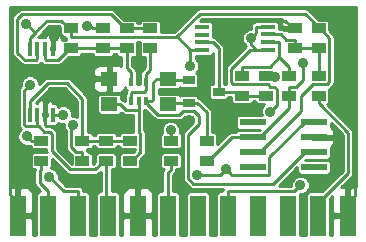
<source format=gtl>
%FSLAX46Y46*%
G04 Gerber Fmt 4.6, Leading zero omitted, Abs format (unit mm)*
G04 Created by KiCad (PCBNEW (2014-09-02 BZR 5112)-product) date 2014-09-07 2:51:26 PM*
%MOMM*%
G01*
G04 APERTURE LIST*
%ADD10C,0.150000*%
%ADD11R,0.299720X1.300480*%
%ADD12R,1.300480X0.299720*%
%ADD13R,0.398780X0.797560*%
%ADD14R,1.000760X0.701040*%
%ADD15R,2.199640X0.599440*%
%ADD16R,1.397000X1.143000*%
%ADD17R,1.143000X0.812800*%
%ADD18R,1.350000X3.500000*%
%ADD19C,0.889000*%
%ADD20C,0.254000*%
G04 APERTURE END LIST*
D10*
D11*
X143544600Y-90944000D03*
X144179600Y-90944000D03*
X144840000Y-90944000D03*
X145475000Y-90944000D03*
X145475000Y-85356000D03*
X144827300Y-85356000D03*
X144179600Y-85356000D03*
X143531900Y-85356000D03*
D12*
X163694000Y-85455400D03*
X163694000Y-84820400D03*
X163694000Y-84160000D03*
X163694000Y-83525000D03*
X158106000Y-83525000D03*
X158106000Y-84172700D03*
X158106000Y-84820400D03*
X158106000Y-85468100D03*
D13*
X152102300Y-89797560D03*
X152750000Y-89797560D03*
X153397700Y-89797560D03*
X153397700Y-88202440D03*
X152750000Y-88202440D03*
X152102300Y-88202440D03*
D14*
X159520000Y-89000000D03*
X156980000Y-89952500D03*
X156980000Y-88047500D03*
D15*
X167598420Y-95405000D03*
X167598420Y-94135000D03*
X167598420Y-92865000D03*
X167598420Y-91595000D03*
X162401580Y-91595000D03*
X162401580Y-92865000D03*
X162401580Y-94135000D03*
X162401580Y-95405000D03*
D16*
X155250000Y-87920500D03*
X155250000Y-90079500D03*
X150250000Y-87920500D03*
X150250000Y-90079500D03*
D17*
X148000000Y-94850900D03*
X148000000Y-93149100D03*
X151750000Y-85350900D03*
X151750000Y-83649100D03*
X153750000Y-83649100D03*
X153750000Y-85350900D03*
X147000000Y-85350900D03*
X147000000Y-83649100D03*
X152000000Y-93149100D03*
X152000000Y-94850900D03*
X150000000Y-93149100D03*
X150000000Y-94850900D03*
X158500000Y-93149100D03*
X158500000Y-94850900D03*
X149750000Y-83649100D03*
X149750000Y-85350900D03*
X155500000Y-93149100D03*
X155500000Y-94850900D03*
X144500000Y-94850900D03*
X144500000Y-93149100D03*
X161500000Y-87649100D03*
X161500000Y-89350900D03*
X168000000Y-89350900D03*
X168000000Y-87649100D03*
X166000000Y-83649100D03*
X166000000Y-85350900D03*
X168000000Y-85350900D03*
X168000000Y-83649100D03*
X163500000Y-87649100D03*
X163500000Y-89350900D03*
X165500000Y-87649100D03*
X165500000Y-89350900D03*
D18*
X142530000Y-99500000D03*
X145070000Y-99500000D03*
X147610000Y-99500000D03*
X150150000Y-99500000D03*
X152690000Y-99500000D03*
X155230000Y-99500000D03*
X157770000Y-99500000D03*
X160310000Y-99500000D03*
X162850000Y-99500000D03*
X165390000Y-99500000D03*
X167930000Y-99500000D03*
X170470000Y-99500000D03*
D19*
X157102000Y-86837400D03*
X143250000Y-83250000D03*
X143264300Y-92797000D03*
X162271500Y-84489600D03*
X145198500Y-96218900D03*
X146350000Y-90950000D03*
X163888500Y-90693600D03*
X157709700Y-96031900D03*
X160142300Y-95562800D03*
X145554108Y-84398213D03*
X146300000Y-89050000D03*
X169700000Y-94000000D03*
X167550000Y-96600000D03*
X152800000Y-86905002D03*
X164280798Y-87800000D03*
X159850000Y-90150000D03*
X159808218Y-92156630D03*
X154969202Y-83250000D03*
X153550000Y-91400000D03*
X157050000Y-91450722D03*
X149050000Y-97150000D03*
X159395612Y-83181913D03*
X143551100Y-88410700D03*
X166678700Y-86589300D03*
X166456400Y-96908600D03*
X148375000Y-83430600D03*
X155464781Y-92228053D03*
X147186900Y-91816200D03*
D20*
X166496900Y-89396900D02*
X166496900Y-90669800D01*
X163031700Y-94135000D02*
X162401600Y-94135000D01*
X168000000Y-83556900D02*
X168902100Y-84459000D01*
X168711400Y-88386100D02*
X167507700Y-88386100D01*
X166496900Y-90669800D02*
X163031700Y-94135000D01*
X168902100Y-84459000D02*
X168902100Y-88195400D01*
X167507700Y-88386100D02*
X166496900Y-89396900D01*
X168902100Y-88195400D02*
X168711400Y-88386100D01*
X157102000Y-86837400D02*
X157125300Y-86814100D01*
X157125300Y-86814100D02*
X157125300Y-85468100D01*
X155989300Y-84332000D02*
X157125300Y-85468100D01*
X158106000Y-85468100D02*
X157125300Y-85468100D01*
X168000000Y-83649100D02*
X168000000Y-83556900D01*
X144500000Y-94850900D02*
X144500000Y-95587800D01*
X144500000Y-95587800D02*
X144384200Y-95703600D01*
X144384200Y-95703600D02*
X144384200Y-96733700D01*
X144384200Y-96733700D02*
X145070000Y-97419500D01*
X145070000Y-99500000D02*
X145070000Y-97419500D01*
X143532000Y-84903900D02*
X143531900Y-84904000D01*
X143531900Y-84904000D02*
X143531900Y-85356000D01*
X143532000Y-84903900D02*
X143532000Y-85356000D01*
X143963000Y-84020700D02*
X143532000Y-84451800D01*
X143532000Y-84451800D02*
X143532000Y-84903900D01*
X143963000Y-84020700D02*
X143963000Y-83963000D01*
X143963000Y-83963000D02*
X143250000Y-83250000D01*
X144340910Y-83642790D02*
X143963000Y-84020700D01*
X144995000Y-82988700D02*
X144340910Y-83642790D01*
X146174500Y-82988700D02*
X144995000Y-82988700D01*
X147000000Y-83649100D02*
X146834900Y-83649100D01*
X146834900Y-83649100D02*
X146174500Y-82988700D01*
X147000000Y-83649100D02*
X147000000Y-84386000D01*
X147000000Y-84386000D02*
X155935300Y-84386000D01*
X155935300Y-84386000D02*
X155989300Y-84332000D01*
X155989300Y-84332000D02*
X157914090Y-82407210D01*
X157914090Y-82407210D02*
X166850310Y-82407210D01*
X166850310Y-82407210D02*
X168000000Y-83556900D01*
X163831601Y-96018399D02*
X163815079Y-96034921D01*
X163815079Y-96034921D02*
X160614421Y-96034921D01*
X160614421Y-96034921D02*
X160586799Y-96007299D01*
X160586799Y-96007299D02*
X160142300Y-95562800D01*
X163831601Y-94561719D02*
X163831601Y-96018399D01*
X167598420Y-91595000D02*
X166798320Y-91595000D01*
X166798320Y-91595000D02*
X163831601Y-94561719D01*
X144500000Y-93149100D02*
X143598000Y-93149100D01*
X143264300Y-92797000D02*
X143598000Y-93130700D01*
X143598000Y-93130700D02*
X143598000Y-93149100D01*
X163694000Y-83525000D02*
X162713300Y-83525000D01*
X162713300Y-83525000D02*
X162713300Y-84047800D01*
X162713300Y-84047800D02*
X162271500Y-84489600D01*
X163694000Y-85455400D02*
X162713300Y-85455400D01*
X162271500Y-84489600D02*
X162271500Y-85013600D01*
X162271500Y-85013600D02*
X162713300Y-85455400D01*
X147610000Y-99500000D02*
X147610000Y-97419500D01*
X145198500Y-96218900D02*
X146399100Y-97419500D01*
X146399100Y-97419500D02*
X147610000Y-97419500D01*
X145475000Y-90944000D02*
X146344000Y-90944000D01*
X146344000Y-90944000D02*
X146350000Y-90950000D01*
X163735640Y-88401400D02*
X160753000Y-88401400D01*
X162192200Y-85455400D02*
X162713300Y-85455400D01*
X160580700Y-87066900D02*
X162192200Y-85455400D01*
X160580700Y-88229100D02*
X160580700Y-87066900D01*
X163888500Y-90693600D02*
X164427800Y-90154300D01*
X160753000Y-88401400D02*
X160580700Y-88229100D01*
X164427800Y-90154300D02*
X164427800Y-88795754D01*
X163908941Y-88574701D02*
X163735640Y-88401400D01*
X164206747Y-88574701D02*
X163908941Y-88574701D01*
X164427800Y-88795754D02*
X164206747Y-88574701D01*
X160142300Y-95562800D02*
X159673200Y-96031900D01*
X167598400Y-91595000D02*
X166977900Y-91595000D01*
X159673200Y-96031900D02*
X157709700Y-96031900D01*
X145475000Y-85356000D02*
X145475000Y-84477321D01*
X145475000Y-84477321D02*
X145554108Y-84398213D01*
X145528545Y-84398215D02*
X145547202Y-84398215D01*
X145475000Y-84451760D02*
X145528545Y-84398215D01*
X145475000Y-85356000D02*
X145475000Y-84451760D01*
X152750000Y-88202400D02*
X152750000Y-87015000D01*
X152750000Y-87015000D02*
X152783000Y-86982100D01*
X144840000Y-90944000D02*
X144840000Y-91848200D01*
X144840000Y-91848200D02*
X144916000Y-91924400D01*
X144916000Y-91924400D02*
X145374000Y-91924400D01*
X145374000Y-91924400D02*
X146250000Y-92800000D01*
X145829760Y-89050000D02*
X146300000Y-89050000D01*
X144840000Y-90039760D02*
X145829760Y-89050000D01*
X144840000Y-90944000D02*
X144840000Y-90039760D01*
X169565000Y-94135000D02*
X169700000Y-94000000D01*
X169700000Y-95297322D02*
X168397322Y-96600000D01*
X169700000Y-94000000D02*
X169700000Y-95297322D01*
X168397322Y-96600000D02*
X167550000Y-96600000D01*
X152750000Y-86955002D02*
X152800000Y-86905002D01*
X152750000Y-88202440D02*
X152750000Y-86955002D01*
X164129898Y-87649100D02*
X164280798Y-87800000D01*
X163500000Y-87649100D02*
X164129898Y-87649100D01*
X154229339Y-91450722D02*
X157050000Y-91450722D01*
X154178617Y-91400000D02*
X154229339Y-91450722D01*
X153550000Y-91400000D02*
X154178617Y-91400000D01*
X165834900Y-83649100D02*
X165174500Y-82988700D01*
X165174500Y-82988700D02*
X160217442Y-82988700D01*
X166000000Y-83649100D02*
X165834900Y-83649100D01*
X160217442Y-82988700D02*
X160024229Y-83181913D01*
X160024229Y-83181913D02*
X159395612Y-83181913D01*
X142530000Y-98425000D02*
X142530000Y-99500000D01*
X141900000Y-97795000D02*
X142530000Y-98425000D01*
X142050000Y-81950000D02*
X141900000Y-82100000D01*
X170950000Y-81950000D02*
X142050000Y-81950000D01*
X171100000Y-82100000D02*
X170950000Y-81950000D01*
X171100000Y-97795000D02*
X171100000Y-82100000D01*
X170470000Y-98425000D02*
X171100000Y-97795000D01*
X141900000Y-82100000D02*
X141900000Y-97795000D01*
X170470000Y-99500000D02*
X170470000Y-98425000D01*
X166934400Y-92865000D02*
X167598400Y-92865000D01*
X155230000Y-99500000D02*
X155230000Y-95857800D01*
X155230000Y-95857800D02*
X155500000Y-95587800D01*
X155500000Y-94850900D02*
X155500000Y-95587800D01*
X143551100Y-88410700D02*
X143064100Y-88897700D01*
X143064100Y-88897700D02*
X143064100Y-91800800D01*
X143064100Y-91800800D02*
X143210400Y-91947100D01*
X143210400Y-91947100D02*
X144278800Y-91947100D01*
X144278800Y-91947100D02*
X144180000Y-91848200D01*
X144180000Y-91848200D02*
X144180000Y-91396100D01*
X150000000Y-94850900D02*
X149835000Y-94850900D01*
X149835000Y-94850900D02*
X149098000Y-95587500D01*
X149098000Y-95587500D02*
X146941000Y-95587500D01*
X146941000Y-95587500D02*
X145402000Y-94048300D01*
X145402000Y-94048300D02*
X145402000Y-92598300D01*
X145402000Y-92598300D02*
X145216000Y-92412500D01*
X145216000Y-92412500D02*
X144744000Y-92412500D01*
X144744000Y-92412500D02*
X144278800Y-91947100D01*
X144180000Y-91396100D02*
X144179600Y-91395700D01*
X144179600Y-91395700D02*
X144179600Y-90944000D01*
X144180000Y-91396100D02*
X144180000Y-90944000D01*
X150000000Y-94850900D02*
X150000000Y-99350000D01*
X150000000Y-99350000D02*
X150150000Y-99500000D01*
X165500000Y-89350900D02*
X165500000Y-88614000D01*
X165500000Y-88614000D02*
X166052700Y-88614000D01*
X166052700Y-88614000D02*
X166678700Y-87988000D01*
X166678700Y-87988000D02*
X166678700Y-86589300D01*
X163046500Y-92865000D02*
X165500000Y-90411500D01*
X162402000Y-92865000D02*
X163046500Y-92865000D01*
X158665000Y-94850900D02*
X160651000Y-92865000D01*
X158500000Y-94850900D02*
X158665000Y-94850900D01*
X162401600Y-92865000D02*
X162402000Y-92865000D01*
X165500000Y-90411500D02*
X165500000Y-89350900D01*
X160651000Y-92865000D02*
X162401600Y-92865000D01*
X165945500Y-97419500D02*
X160310000Y-97419500D01*
X166456400Y-96908600D02*
X165945500Y-97419500D01*
X160310000Y-99500000D02*
X160310000Y-97419500D01*
X167930000Y-98425000D02*
X170474701Y-95880299D01*
X170474701Y-92486001D02*
X168000000Y-90011300D01*
X167930000Y-99500000D02*
X167930000Y-98425000D01*
X170474701Y-95880299D02*
X170474701Y-92486001D01*
X168000000Y-90011300D02*
X168000000Y-89350900D01*
X143545000Y-90491900D02*
X143544600Y-90492300D01*
X143544600Y-90492300D02*
X143544600Y-90944000D01*
X143545000Y-90491900D02*
X143545000Y-90944000D01*
X152000000Y-93149100D02*
X150000000Y-93149100D01*
X150000000Y-93149100D02*
X148000000Y-93149100D01*
X148000000Y-93149100D02*
X148000000Y-89603442D01*
X148000000Y-89603442D02*
X146671857Y-88275299D01*
X146671857Y-88275299D02*
X145078143Y-88275299D01*
X145078143Y-88275299D02*
X143545000Y-89808442D01*
X143545000Y-89808442D02*
X143545000Y-90491900D01*
X149750000Y-83649100D02*
X148848000Y-83649100D01*
X148375000Y-83430600D02*
X148629500Y-83430600D01*
X148629500Y-83430600D02*
X148848000Y-83649100D01*
X155500000Y-92263272D02*
X155464781Y-92228053D01*
X155500000Y-93149100D02*
X155500000Y-92263272D01*
X144827000Y-85808100D02*
X144827300Y-85807800D01*
X144827300Y-85807800D02*
X144827300Y-85356000D01*
X144827000Y-85808100D02*
X144827000Y-85356000D01*
X147000000Y-85350900D02*
X146924000Y-85350900D01*
X146924000Y-85350900D02*
X145939000Y-86336400D01*
X145939000Y-86336400D02*
X144904000Y-86336400D01*
X144904000Y-86336400D02*
X144827000Y-86260200D01*
X144827000Y-86260200D02*
X144827000Y-85808100D01*
X152102000Y-87777300D02*
X152102300Y-87777600D01*
X152102300Y-87777600D02*
X152102300Y-88202400D01*
X152102000Y-87777300D02*
X152102000Y-87352300D01*
X152102000Y-87352300D02*
X151750000Y-87000000D01*
X151750000Y-87000000D02*
X151750000Y-85350900D01*
X152102000Y-88202400D02*
X152102000Y-87777300D01*
X151750000Y-85350900D02*
X149750000Y-85350900D01*
X149750000Y-85350900D02*
X147000000Y-85350900D01*
X144180000Y-85808100D02*
X144179600Y-85807700D01*
X144179600Y-85807700D02*
X144179600Y-85356000D01*
X144180000Y-85808100D02*
X144180000Y-85356000D01*
X151750000Y-83649100D02*
X151585000Y-83649100D01*
X151585000Y-83649100D02*
X150411000Y-82475300D01*
X150411000Y-82475300D02*
X142878000Y-82475300D01*
X142878000Y-82475300D02*
X142475000Y-82878100D01*
X142475000Y-82878100D02*
X142475000Y-85693900D01*
X142475000Y-85693900D02*
X143118000Y-86336400D01*
X143118000Y-86336400D02*
X144103000Y-86336400D01*
X144103000Y-86336400D02*
X144180000Y-86260200D01*
X144180000Y-86260200D02*
X144180000Y-85808100D01*
X151750000Y-83649100D02*
X153750000Y-83649100D01*
X166000000Y-85350900D02*
X166000000Y-84614000D01*
X166000000Y-84614000D02*
X165263100Y-84614000D01*
X165263100Y-84614000D02*
X164809100Y-84160000D01*
X164809100Y-84160000D02*
X163694000Y-84160000D01*
X168000000Y-85350900D02*
X166000000Y-85350900D01*
X168000000Y-85350900D02*
X168000000Y-87649100D01*
X153446400Y-90013300D02*
X153446400Y-89797600D01*
X156161374Y-90992790D02*
X154425890Y-90992790D01*
X156478143Y-90676021D02*
X156161374Y-90992790D01*
X157421857Y-90676021D02*
X156478143Y-90676021D01*
X157824701Y-91772579D02*
X157824701Y-91078865D01*
X157389009Y-96807209D02*
X156934700Y-96352900D01*
X164126111Y-96807209D02*
X157389009Y-96807209D01*
X166798320Y-94135000D02*
X164126111Y-96807209D01*
X167598420Y-94135000D02*
X166798320Y-94135000D01*
X157824701Y-91078865D02*
X157421857Y-90676021D01*
X156934700Y-96352900D02*
X156934700Y-92662580D01*
X156934700Y-92662580D02*
X157824701Y-91772579D01*
X154425890Y-90992790D02*
X153446400Y-90013300D01*
X153398000Y-89797600D02*
X153397700Y-89797600D01*
X153446400Y-89797600D02*
X153398000Y-89797600D01*
X155250000Y-87920500D02*
X154298000Y-87920500D01*
X154298000Y-87920500D02*
X154000000Y-88218000D01*
X154000000Y-88218000D02*
X154000000Y-89648600D01*
X154000000Y-89648600D02*
X153851000Y-89797600D01*
X153851000Y-89797600D02*
X153446400Y-89797600D01*
X156603000Y-87920500D02*
X156730000Y-88047500D01*
X156730000Y-88047500D02*
X155377000Y-88047500D01*
X155377000Y-88047500D02*
X155250000Y-87920500D01*
X156980000Y-88047500D02*
X156730000Y-88047500D01*
X156980000Y-89952500D02*
X155377000Y-89952500D01*
X155377000Y-89952500D02*
X155250000Y-90079500D01*
X156980000Y-89952500D02*
X157734000Y-89952500D01*
X157734000Y-89952500D02*
X158500000Y-90718100D01*
X158500000Y-90718100D02*
X158500000Y-93149100D01*
X161500000Y-87649100D02*
X161500000Y-86912200D01*
X164674700Y-86086900D02*
X164674700Y-84820400D01*
X165500000Y-86912200D02*
X164674700Y-86086900D01*
X161500000Y-86912200D02*
X163849400Y-86912200D01*
X163849400Y-86912200D02*
X164674700Y-86086900D01*
X163694000Y-84820400D02*
X164674700Y-84820400D01*
X165500000Y-87649100D02*
X165500000Y-86912200D01*
X158106000Y-84820400D02*
X159010000Y-84820400D01*
X159010000Y-84820400D02*
X159520000Y-85330200D01*
X159520000Y-85330200D02*
X159520000Y-89000000D01*
X163500000Y-89350900D02*
X161500000Y-89350900D01*
X159520000Y-89000000D02*
X161149000Y-89000000D01*
X161149000Y-89000000D02*
X161500000Y-89350900D01*
X152102000Y-89471200D02*
X152102300Y-89471500D01*
X152102300Y-89471500D02*
X152102300Y-89797600D01*
X152102000Y-89471200D02*
X152102000Y-89797600D01*
X153398000Y-88177000D02*
X153398000Y-88855200D01*
X153398000Y-88855200D02*
X153184000Y-89068600D01*
X153184000Y-89068600D02*
X152179000Y-89068600D01*
X152179000Y-89068600D02*
X152102000Y-89144800D01*
X152102000Y-89144800D02*
X152102000Y-89471200D01*
X153398000Y-88177000D02*
X153397700Y-88177300D01*
X153397700Y-88177300D02*
X153397700Y-88202400D01*
X153750000Y-85350900D02*
X153750000Y-87146600D01*
X153750000Y-87146600D02*
X153398000Y-87498900D01*
X153398000Y-87498900D02*
X153398000Y-88177000D01*
X152750000Y-90450300D02*
X152750000Y-90500000D01*
X152750000Y-89797600D02*
X152750000Y-90450300D01*
X152750000Y-90450300D02*
X152750000Y-89797600D01*
X152750000Y-90500000D02*
X152750000Y-90450300D01*
X150250000Y-90079500D02*
X151202000Y-90079500D01*
X151202000Y-90079500D02*
X151650000Y-90526500D01*
X151650000Y-90526500D02*
X152723000Y-90526500D01*
X152723000Y-90526500D02*
X152750000Y-90500000D01*
X152750000Y-90500000D02*
X152750000Y-92412500D01*
X152750000Y-92412500D02*
X152902000Y-92564200D01*
X152902000Y-92564200D02*
X152902000Y-94114300D01*
X152902000Y-94114300D02*
X152165000Y-94850900D01*
X152165000Y-94850900D02*
X152000000Y-94850900D01*
X148000000Y-94850900D02*
X148000000Y-94114000D01*
X148000000Y-94114000D02*
X147447300Y-94114000D01*
X147447300Y-94114000D02*
X147025100Y-93691800D01*
X147025100Y-93691800D02*
X147025100Y-91978000D01*
X147025100Y-91978000D02*
X147186900Y-91816200D01*
G36*
X146613240Y-84614300D02*
X146362819Y-84614300D01*
X146259860Y-84656947D01*
X146259860Y-84579450D01*
X146163187Y-84346061D01*
X145984558Y-84167433D01*
X145751169Y-84070760D01*
X145708680Y-84070760D01*
X145549930Y-84229510D01*
X145549930Y-85229000D01*
X145622000Y-85229000D01*
X145622000Y-85483000D01*
X145549930Y-85483000D01*
X145549930Y-85503000D01*
X145400070Y-85503000D01*
X145400070Y-85483000D01*
X145328000Y-85483000D01*
X145328000Y-85229000D01*
X145400070Y-85229000D01*
X145400070Y-84229510D01*
X145241320Y-84070760D01*
X145198831Y-84070760D01*
X144965442Y-84167433D01*
X144786813Y-84346061D01*
X144774594Y-84375560D01*
X144611759Y-84375560D01*
X144503450Y-84420423D01*
X144395141Y-84375560D01*
X144263779Y-84375560D01*
X144254726Y-84375560D01*
X144286289Y-84343989D01*
X144286327Y-84343952D01*
X144286329Y-84343948D01*
X144664199Y-83966080D01*
X144664199Y-83966079D01*
X144664201Y-83966076D01*
X145184378Y-83445900D01*
X145985122Y-83445900D01*
X146098300Y-83559078D01*
X146098300Y-84121181D01*
X146148570Y-84242543D01*
X146241457Y-84335430D01*
X146362819Y-84385700D01*
X146494181Y-84385700D01*
X146542800Y-84385700D01*
X146542800Y-84386000D01*
X146577602Y-84560963D01*
X146613240Y-84614300D01*
X146613240Y-84614300D01*
G37*
X146613240Y-84614300D02*
X146362819Y-84614300D01*
X146259860Y-84656947D01*
X146259860Y-84579450D01*
X146163187Y-84346061D01*
X145984558Y-84167433D01*
X145751169Y-84070760D01*
X145708680Y-84070760D01*
X145549930Y-84229510D01*
X145549930Y-85229000D01*
X145622000Y-85229000D01*
X145622000Y-85483000D01*
X145549930Y-85483000D01*
X145549930Y-85503000D01*
X145400070Y-85503000D01*
X145400070Y-85483000D01*
X145328000Y-85483000D01*
X145328000Y-85229000D01*
X145400070Y-85229000D01*
X145400070Y-84229510D01*
X145241320Y-84070760D01*
X145198831Y-84070760D01*
X144965442Y-84167433D01*
X144786813Y-84346061D01*
X144774594Y-84375560D01*
X144611759Y-84375560D01*
X144503450Y-84420423D01*
X144395141Y-84375560D01*
X144263779Y-84375560D01*
X144254726Y-84375560D01*
X144286289Y-84343989D01*
X144286327Y-84343952D01*
X144286329Y-84343948D01*
X144664199Y-83966080D01*
X144664199Y-83966079D01*
X144664201Y-83966076D01*
X145184378Y-83445900D01*
X145985122Y-83445900D01*
X146098300Y-83559078D01*
X146098300Y-84121181D01*
X146148570Y-84242543D01*
X146241457Y-84335430D01*
X146362819Y-84385700D01*
X146494181Y-84385700D01*
X146542800Y-84385700D01*
X146542800Y-84386000D01*
X146577602Y-84560963D01*
X146613240Y-84614300D01*
G36*
X147098300Y-95098200D02*
X145859200Y-93858939D01*
X145859200Y-92598300D01*
X145859175Y-92598174D01*
X145859199Y-92598054D01*
X145841916Y-92511409D01*
X145824398Y-92423337D01*
X145824328Y-92423233D01*
X145824304Y-92423110D01*
X145774734Y-92349010D01*
X145725289Y-92275011D01*
X145725184Y-92274941D01*
X145725115Y-92274837D01*
X145539289Y-92089211D01*
X145539115Y-92089037D01*
X145464887Y-92039497D01*
X145451544Y-92030581D01*
X145528187Y-91953939D01*
X145540405Y-91924440D01*
X145690541Y-91924440D01*
X145811903Y-91874170D01*
X145904790Y-91781283D01*
X145955060Y-91659921D01*
X145955060Y-91624839D01*
X146195227Y-91724565D01*
X146412279Y-91724754D01*
X146412066Y-91969621D01*
X146529759Y-92254459D01*
X146567900Y-92292666D01*
X146567900Y-93691800D01*
X146602702Y-93866763D01*
X146701811Y-94015089D01*
X147098300Y-94411578D01*
X147098300Y-94510181D01*
X147098300Y-95098200D01*
X147098300Y-95098200D01*
G37*
X147098300Y-95098200D02*
X145859200Y-93858939D01*
X145859200Y-92598300D01*
X145859175Y-92598174D01*
X145859199Y-92598054D01*
X145841916Y-92511409D01*
X145824398Y-92423337D01*
X145824328Y-92423233D01*
X145824304Y-92423110D01*
X145774734Y-92349010D01*
X145725289Y-92275011D01*
X145725184Y-92274941D01*
X145725115Y-92274837D01*
X145539289Y-92089211D01*
X145539115Y-92089037D01*
X145464887Y-92039497D01*
X145451544Y-92030581D01*
X145528187Y-91953939D01*
X145540405Y-91924440D01*
X145690541Y-91924440D01*
X145811903Y-91874170D01*
X145904790Y-91781283D01*
X145955060Y-91659921D01*
X145955060Y-91624839D01*
X146195227Y-91724565D01*
X146412279Y-91724754D01*
X146412066Y-91969621D01*
X146529759Y-92254459D01*
X146567900Y-92292666D01*
X146567900Y-93691800D01*
X146602702Y-93866763D01*
X146701811Y-94015089D01*
X147098300Y-94411578D01*
X147098300Y-94510181D01*
X147098300Y-95098200D01*
G36*
X147542800Y-91125149D02*
X147341673Y-91041635D01*
X147124620Y-91041445D01*
X147124834Y-90796579D01*
X147007141Y-90511741D01*
X146789405Y-90293624D01*
X146504773Y-90175435D01*
X146196579Y-90175166D01*
X145955060Y-90274959D01*
X145955060Y-90228079D01*
X145904790Y-90106717D01*
X145811903Y-90013830D01*
X145690541Y-89963560D01*
X145559179Y-89963560D01*
X145540405Y-89963560D01*
X145528187Y-89934061D01*
X145349558Y-89755433D01*
X145116169Y-89658760D01*
X145073680Y-89658760D01*
X144914930Y-89817510D01*
X144914930Y-90817000D01*
X144987000Y-90817000D01*
X144987000Y-91071000D01*
X144914930Y-91071000D01*
X144914930Y-91091000D01*
X144765070Y-91091000D01*
X144765070Y-91071000D01*
X144693000Y-91071000D01*
X144693000Y-90817000D01*
X144765070Y-90817000D01*
X144765070Y-89817510D01*
X144606320Y-89658760D01*
X144563831Y-89658760D01*
X144330442Y-89755433D01*
X144151813Y-89934061D01*
X144139594Y-89963560D01*
X144036460Y-89963560D01*
X145267521Y-88732499D01*
X146482479Y-88732499D01*
X147542800Y-89792820D01*
X147542800Y-91125149D01*
X147542800Y-91125149D01*
G37*
X147542800Y-91125149D02*
X147341673Y-91041635D01*
X147124620Y-91041445D01*
X147124834Y-90796579D01*
X147007141Y-90511741D01*
X146789405Y-90293624D01*
X146504773Y-90175435D01*
X146196579Y-90175166D01*
X145955060Y-90274959D01*
X145955060Y-90228079D01*
X145904790Y-90106717D01*
X145811903Y-90013830D01*
X145690541Y-89963560D01*
X145559179Y-89963560D01*
X145540405Y-89963560D01*
X145528187Y-89934061D01*
X145349558Y-89755433D01*
X145116169Y-89658760D01*
X145073680Y-89658760D01*
X144914930Y-89817510D01*
X144914930Y-90817000D01*
X144987000Y-90817000D01*
X144987000Y-91071000D01*
X144914930Y-91071000D01*
X144914930Y-91091000D01*
X144765070Y-91091000D01*
X144765070Y-91071000D01*
X144693000Y-91071000D01*
X144693000Y-90817000D01*
X144765070Y-90817000D01*
X144765070Y-89817510D01*
X144606320Y-89658760D01*
X144563831Y-89658760D01*
X144330442Y-89755433D01*
X144151813Y-89934061D01*
X144139594Y-89963560D01*
X144036460Y-89963560D01*
X145267521Y-88732499D01*
X146482479Y-88732499D01*
X147542800Y-89792820D01*
X147542800Y-91125149D01*
G36*
X149542800Y-97419800D02*
X149409319Y-97419800D01*
X149287957Y-97470070D01*
X149195070Y-97562957D01*
X149144800Y-97684319D01*
X149144800Y-97815681D01*
X149144800Y-101119800D01*
X148615200Y-101119800D01*
X148615200Y-97684319D01*
X148564930Y-97562957D01*
X148472043Y-97470070D01*
X148350681Y-97419800D01*
X148219319Y-97419800D01*
X148067200Y-97419800D01*
X148067200Y-97419500D01*
X148032398Y-97244537D01*
X147933289Y-97096211D01*
X147784963Y-96997102D01*
X147610000Y-96962300D01*
X146588478Y-96962300D01*
X145973088Y-96346910D01*
X145973334Y-96065479D01*
X145855641Y-95780641D01*
X145637905Y-95562524D01*
X145353273Y-95444335D01*
X145351433Y-95444333D01*
X145401700Y-95322981D01*
X145401700Y-95191619D01*
X145401700Y-94694619D01*
X146617690Y-95910768D01*
X146617702Y-95910776D01*
X146617711Y-95910789D01*
X146691464Y-95960069D01*
X146766010Y-96009887D01*
X146766025Y-96009889D01*
X146766037Y-96009898D01*
X146850941Y-96026786D01*
X146940970Y-96044700D01*
X146940985Y-96044697D01*
X146941000Y-96044700D01*
X149097876Y-96044700D01*
X149098000Y-96044700D01*
X149186329Y-96027130D01*
X149272848Y-96009945D01*
X149272899Y-96009910D01*
X149272963Y-96009898D01*
X149347830Y-95959872D01*
X149421201Y-95910877D01*
X149421289Y-95910789D01*
X149542800Y-95789344D01*
X149542800Y-97419800D01*
X149542800Y-97419800D01*
G37*
X149542800Y-97419800D02*
X149409319Y-97419800D01*
X149287957Y-97470070D01*
X149195070Y-97562957D01*
X149144800Y-97684319D01*
X149144800Y-97815681D01*
X149144800Y-101119800D01*
X148615200Y-101119800D01*
X148615200Y-97684319D01*
X148564930Y-97562957D01*
X148472043Y-97470070D01*
X148350681Y-97419800D01*
X148219319Y-97419800D01*
X148067200Y-97419800D01*
X148067200Y-97419500D01*
X148032398Y-97244537D01*
X147933289Y-97096211D01*
X147784963Y-96997102D01*
X147610000Y-96962300D01*
X146588478Y-96962300D01*
X145973088Y-96346910D01*
X145973334Y-96065479D01*
X145855641Y-95780641D01*
X145637905Y-95562524D01*
X145353273Y-95444335D01*
X145351433Y-95444333D01*
X145401700Y-95322981D01*
X145401700Y-95191619D01*
X145401700Y-94694619D01*
X146617690Y-95910768D01*
X146617702Y-95910776D01*
X146617711Y-95910789D01*
X146691464Y-95960069D01*
X146766010Y-96009887D01*
X146766025Y-96009889D01*
X146766037Y-96009898D01*
X146850941Y-96026786D01*
X146940970Y-96044700D01*
X146940985Y-96044697D01*
X146941000Y-96044700D01*
X149097876Y-96044700D01*
X149098000Y-96044700D01*
X149186329Y-96027130D01*
X149272848Y-96009945D01*
X149272899Y-96009910D01*
X149272963Y-96009898D01*
X149347830Y-95959872D01*
X149421201Y-95910877D01*
X149421289Y-95910789D01*
X149542800Y-95789344D01*
X149542800Y-97419800D01*
G36*
X153292800Y-86957336D02*
X153079912Y-87170405D01*
X153075699Y-87168660D01*
X153008445Y-87168660D01*
X152849695Y-87327410D01*
X152849695Y-88075440D01*
X152868110Y-88075440D01*
X152868110Y-88329440D01*
X152849695Y-88329440D01*
X152849695Y-88349440D01*
X152650305Y-88349440D01*
X152650305Y-88329440D01*
X152631890Y-88329440D01*
X152631890Y-88075440D01*
X152650305Y-88075440D01*
X152650305Y-87327410D01*
X152530429Y-87207534D01*
X152524472Y-87177517D01*
X152524417Y-87177435D01*
X152524398Y-87177337D01*
X152475048Y-87103481D01*
X152425427Y-87029148D01*
X152207200Y-86810735D01*
X152207200Y-86087500D01*
X152387181Y-86087500D01*
X152508543Y-86037230D01*
X152601430Y-85944343D01*
X152651700Y-85822981D01*
X152651700Y-85691619D01*
X152651700Y-84878819D01*
X152636946Y-84843200D01*
X152863053Y-84843200D01*
X152848300Y-84878819D01*
X152848300Y-85010181D01*
X152848300Y-85822981D01*
X152898570Y-85944343D01*
X152991457Y-86037230D01*
X153112819Y-86087500D01*
X153244181Y-86087500D01*
X153292800Y-86087500D01*
X153292800Y-86957336D01*
X153292800Y-86957336D01*
G37*
X153292800Y-86957336D02*
X153079912Y-87170405D01*
X153075699Y-87168660D01*
X153008445Y-87168660D01*
X152849695Y-87327410D01*
X152849695Y-88075440D01*
X152868110Y-88075440D01*
X152868110Y-88329440D01*
X152849695Y-88329440D01*
X152849695Y-88349440D01*
X152650305Y-88349440D01*
X152650305Y-88329440D01*
X152631890Y-88329440D01*
X152631890Y-88075440D01*
X152650305Y-88075440D01*
X152650305Y-87327410D01*
X152530429Y-87207534D01*
X152524472Y-87177517D01*
X152524417Y-87177435D01*
X152524398Y-87177337D01*
X152475048Y-87103481D01*
X152425427Y-87029148D01*
X152207200Y-86810735D01*
X152207200Y-86087500D01*
X152387181Y-86087500D01*
X152508543Y-86037230D01*
X152601430Y-85944343D01*
X152651700Y-85822981D01*
X152651700Y-85691619D01*
X152651700Y-84878819D01*
X152636946Y-84843200D01*
X152863053Y-84843200D01*
X152848300Y-84878819D01*
X152848300Y-85010181D01*
X152848300Y-85822981D01*
X152898570Y-85944343D01*
X152991457Y-86037230D01*
X153112819Y-86087500D01*
X153244181Y-86087500D01*
X153292800Y-86087500D01*
X153292800Y-86957336D01*
G36*
X159883649Y-97264409D02*
X159852800Y-97419500D01*
X159852800Y-97419800D01*
X159569319Y-97419800D01*
X159447957Y-97470070D01*
X159355070Y-97562957D01*
X159304800Y-97684319D01*
X159304800Y-97815681D01*
X159304800Y-101119800D01*
X158775200Y-101119800D01*
X158775200Y-97684319D01*
X158724930Y-97562957D01*
X158632043Y-97470070D01*
X158510681Y-97419800D01*
X158379319Y-97419800D01*
X157029319Y-97419800D01*
X156907957Y-97470070D01*
X156815070Y-97562957D01*
X156764800Y-97684319D01*
X156764800Y-97815681D01*
X156764800Y-101119800D01*
X156235200Y-101119800D01*
X156235200Y-97684319D01*
X156184930Y-97562957D01*
X156092043Y-97470070D01*
X155970681Y-97419800D01*
X155839319Y-97419800D01*
X155687200Y-97419800D01*
X155687200Y-96047178D01*
X155823289Y-95911089D01*
X155922398Y-95762763D01*
X155957200Y-95587800D01*
X155957200Y-95587500D01*
X156137181Y-95587500D01*
X156258543Y-95537230D01*
X156351430Y-95444343D01*
X156401700Y-95322981D01*
X156401700Y-95191619D01*
X156401700Y-94378819D01*
X156401700Y-93621181D01*
X156401700Y-93489819D01*
X156401700Y-92677019D01*
X156351430Y-92555657D01*
X156258543Y-92462770D01*
X156213839Y-92444253D01*
X156239346Y-92382826D01*
X156239615Y-92074632D01*
X156121922Y-91789794D01*
X155904186Y-91571677D01*
X155619554Y-91453488D01*
X155311360Y-91453219D01*
X155026522Y-91570912D01*
X154808405Y-91788648D01*
X154690216Y-92073280D01*
X154689947Y-92381474D01*
X154728777Y-92475449D01*
X154648570Y-92555657D01*
X154598300Y-92677019D01*
X154598300Y-92808381D01*
X154598300Y-93621181D01*
X154648570Y-93742543D01*
X154741457Y-93835430D01*
X154862819Y-93885700D01*
X154994181Y-93885700D01*
X156137181Y-93885700D01*
X156258543Y-93835430D01*
X156351430Y-93742543D01*
X156401700Y-93621181D01*
X156401700Y-94378819D01*
X156351430Y-94257457D01*
X156258543Y-94164570D01*
X156137181Y-94114300D01*
X156005819Y-94114300D01*
X154862819Y-94114300D01*
X154741457Y-94164570D01*
X154648570Y-94257457D01*
X154598300Y-94378819D01*
X154598300Y-94510181D01*
X154598300Y-95322981D01*
X154648570Y-95444343D01*
X154741457Y-95537230D01*
X154862819Y-95587500D01*
X154871304Y-95587500D01*
X154807602Y-95682837D01*
X154772800Y-95857800D01*
X154772800Y-97419800D01*
X154489319Y-97419800D01*
X154367957Y-97470070D01*
X154275070Y-97562957D01*
X154224800Y-97684319D01*
X154224800Y-97815681D01*
X154224800Y-101119800D01*
X154000000Y-101119800D01*
X154000000Y-99785750D01*
X154000000Y-99214250D01*
X154000000Y-97876309D01*
X154000000Y-97623690D01*
X153903327Y-97390301D01*
X153724698Y-97211673D01*
X153491309Y-97115000D01*
X152975750Y-97115000D01*
X152817000Y-97273750D01*
X152817000Y-99373000D01*
X153841250Y-99373000D01*
X154000000Y-99214250D01*
X154000000Y-99785750D01*
X153841250Y-99627000D01*
X152817000Y-99627000D01*
X152817000Y-99647000D01*
X152563000Y-99647000D01*
X152563000Y-99627000D01*
X152563000Y-99373000D01*
X152563000Y-97273750D01*
X152404250Y-97115000D01*
X151888691Y-97115000D01*
X151655302Y-97211673D01*
X151476673Y-97390301D01*
X151380000Y-97623690D01*
X151380000Y-97876309D01*
X151380000Y-99214250D01*
X151538750Y-99373000D01*
X152563000Y-99373000D01*
X152563000Y-99627000D01*
X151538750Y-99627000D01*
X151380000Y-99785750D01*
X151380000Y-101119800D01*
X151155200Y-101119800D01*
X151155200Y-97684319D01*
X151104930Y-97562957D01*
X151012043Y-97470070D01*
X150890681Y-97419800D01*
X150759319Y-97419800D01*
X150457200Y-97419800D01*
X150457200Y-95587500D01*
X150637181Y-95587500D01*
X150758543Y-95537230D01*
X150851430Y-95444343D01*
X150901700Y-95322981D01*
X150901700Y-95191619D01*
X150901700Y-94378819D01*
X150851430Y-94257457D01*
X150758543Y-94164570D01*
X150637181Y-94114300D01*
X150505819Y-94114300D01*
X149362819Y-94114300D01*
X149241457Y-94164570D01*
X149148570Y-94257457D01*
X149098300Y-94378819D01*
X149098300Y-94510181D01*
X149098300Y-94940797D01*
X148908694Y-95130300D01*
X148901700Y-95130300D01*
X148901700Y-94378819D01*
X148851430Y-94257457D01*
X148758543Y-94164570D01*
X148637181Y-94114300D01*
X148505819Y-94114300D01*
X148457200Y-94114300D01*
X148457200Y-94114000D01*
X148422398Y-93939037D01*
X148386759Y-93885700D01*
X148637181Y-93885700D01*
X148758543Y-93835430D01*
X148851430Y-93742543D01*
X148901700Y-93621181D01*
X148901700Y-93606300D01*
X149098300Y-93606300D01*
X149098300Y-93621181D01*
X149148570Y-93742543D01*
X149241457Y-93835430D01*
X149362819Y-93885700D01*
X149494181Y-93885700D01*
X150637181Y-93885700D01*
X150758543Y-93835430D01*
X150851430Y-93742543D01*
X150901700Y-93621181D01*
X150901700Y-93606300D01*
X151098300Y-93606300D01*
X151098300Y-93621181D01*
X151148570Y-93742543D01*
X151241457Y-93835430D01*
X151362819Y-93885700D01*
X151494181Y-93885700D01*
X152444800Y-93885700D01*
X152444800Y-93924849D01*
X152255246Y-94114300D01*
X151362819Y-94114300D01*
X151241457Y-94164570D01*
X151148570Y-94257457D01*
X151098300Y-94378819D01*
X151098300Y-94510181D01*
X151098300Y-95322981D01*
X151148570Y-95444343D01*
X151241457Y-95537230D01*
X151362819Y-95587500D01*
X151494181Y-95587500D01*
X152637181Y-95587500D01*
X152758543Y-95537230D01*
X152851430Y-95444343D01*
X152901700Y-95322981D01*
X152901700Y-95191619D01*
X152901700Y-94761002D01*
X153225202Y-94437677D01*
X153225238Y-94437623D01*
X153225289Y-94437589D01*
X153273935Y-94364784D01*
X153324351Y-94289377D01*
X153324363Y-94289314D01*
X153324398Y-94289263D01*
X153341654Y-94202508D01*
X153359200Y-94114424D01*
X153359187Y-94114361D01*
X153359200Y-94114300D01*
X153359200Y-92564200D01*
X153359154Y-92563972D01*
X153359199Y-92563748D01*
X153341824Y-92476844D01*
X153324398Y-92389237D01*
X153324270Y-92389045D01*
X153324225Y-92388820D01*
X153274725Y-92314897D01*
X153225289Y-92240911D01*
X153225097Y-92240783D01*
X153224969Y-92240591D01*
X153207200Y-92222857D01*
X153207200Y-90526540D01*
X153263991Y-90526540D01*
X153313062Y-90526540D01*
X154102601Y-91316079D01*
X154250927Y-91415188D01*
X154425890Y-91449990D01*
X156161374Y-91449990D01*
X156336337Y-91415188D01*
X156484663Y-91316079D01*
X156667521Y-91133221D01*
X157232478Y-91133221D01*
X157367501Y-91268243D01*
X157367501Y-91583200D01*
X156611411Y-92339291D01*
X156512302Y-92487617D01*
X156477500Y-92662580D01*
X156477500Y-96352900D01*
X156512302Y-96527863D01*
X156611411Y-96676189D01*
X157065720Y-97130498D01*
X157214046Y-97229607D01*
X157389009Y-97264409D01*
X159883649Y-97264409D01*
X159883649Y-97264409D01*
G37*
X159883649Y-97264409D02*
X159852800Y-97419500D01*
X159852800Y-97419800D01*
X159569319Y-97419800D01*
X159447957Y-97470070D01*
X159355070Y-97562957D01*
X159304800Y-97684319D01*
X159304800Y-97815681D01*
X159304800Y-101119800D01*
X158775200Y-101119800D01*
X158775200Y-97684319D01*
X158724930Y-97562957D01*
X158632043Y-97470070D01*
X158510681Y-97419800D01*
X158379319Y-97419800D01*
X157029319Y-97419800D01*
X156907957Y-97470070D01*
X156815070Y-97562957D01*
X156764800Y-97684319D01*
X156764800Y-97815681D01*
X156764800Y-101119800D01*
X156235200Y-101119800D01*
X156235200Y-97684319D01*
X156184930Y-97562957D01*
X156092043Y-97470070D01*
X155970681Y-97419800D01*
X155839319Y-97419800D01*
X155687200Y-97419800D01*
X155687200Y-96047178D01*
X155823289Y-95911089D01*
X155922398Y-95762763D01*
X155957200Y-95587800D01*
X155957200Y-95587500D01*
X156137181Y-95587500D01*
X156258543Y-95537230D01*
X156351430Y-95444343D01*
X156401700Y-95322981D01*
X156401700Y-95191619D01*
X156401700Y-94378819D01*
X156401700Y-93621181D01*
X156401700Y-93489819D01*
X156401700Y-92677019D01*
X156351430Y-92555657D01*
X156258543Y-92462770D01*
X156213839Y-92444253D01*
X156239346Y-92382826D01*
X156239615Y-92074632D01*
X156121922Y-91789794D01*
X155904186Y-91571677D01*
X155619554Y-91453488D01*
X155311360Y-91453219D01*
X155026522Y-91570912D01*
X154808405Y-91788648D01*
X154690216Y-92073280D01*
X154689947Y-92381474D01*
X154728777Y-92475449D01*
X154648570Y-92555657D01*
X154598300Y-92677019D01*
X154598300Y-92808381D01*
X154598300Y-93621181D01*
X154648570Y-93742543D01*
X154741457Y-93835430D01*
X154862819Y-93885700D01*
X154994181Y-93885700D01*
X156137181Y-93885700D01*
X156258543Y-93835430D01*
X156351430Y-93742543D01*
X156401700Y-93621181D01*
X156401700Y-94378819D01*
X156351430Y-94257457D01*
X156258543Y-94164570D01*
X156137181Y-94114300D01*
X156005819Y-94114300D01*
X154862819Y-94114300D01*
X154741457Y-94164570D01*
X154648570Y-94257457D01*
X154598300Y-94378819D01*
X154598300Y-94510181D01*
X154598300Y-95322981D01*
X154648570Y-95444343D01*
X154741457Y-95537230D01*
X154862819Y-95587500D01*
X154871304Y-95587500D01*
X154807602Y-95682837D01*
X154772800Y-95857800D01*
X154772800Y-97419800D01*
X154489319Y-97419800D01*
X154367957Y-97470070D01*
X154275070Y-97562957D01*
X154224800Y-97684319D01*
X154224800Y-97815681D01*
X154224800Y-101119800D01*
X154000000Y-101119800D01*
X154000000Y-99785750D01*
X154000000Y-99214250D01*
X154000000Y-97876309D01*
X154000000Y-97623690D01*
X153903327Y-97390301D01*
X153724698Y-97211673D01*
X153491309Y-97115000D01*
X152975750Y-97115000D01*
X152817000Y-97273750D01*
X152817000Y-99373000D01*
X153841250Y-99373000D01*
X154000000Y-99214250D01*
X154000000Y-99785750D01*
X153841250Y-99627000D01*
X152817000Y-99627000D01*
X152817000Y-99647000D01*
X152563000Y-99647000D01*
X152563000Y-99627000D01*
X152563000Y-99373000D01*
X152563000Y-97273750D01*
X152404250Y-97115000D01*
X151888691Y-97115000D01*
X151655302Y-97211673D01*
X151476673Y-97390301D01*
X151380000Y-97623690D01*
X151380000Y-97876309D01*
X151380000Y-99214250D01*
X151538750Y-99373000D01*
X152563000Y-99373000D01*
X152563000Y-99627000D01*
X151538750Y-99627000D01*
X151380000Y-99785750D01*
X151380000Y-101119800D01*
X151155200Y-101119800D01*
X151155200Y-97684319D01*
X151104930Y-97562957D01*
X151012043Y-97470070D01*
X150890681Y-97419800D01*
X150759319Y-97419800D01*
X150457200Y-97419800D01*
X150457200Y-95587500D01*
X150637181Y-95587500D01*
X150758543Y-95537230D01*
X150851430Y-95444343D01*
X150901700Y-95322981D01*
X150901700Y-95191619D01*
X150901700Y-94378819D01*
X150851430Y-94257457D01*
X150758543Y-94164570D01*
X150637181Y-94114300D01*
X150505819Y-94114300D01*
X149362819Y-94114300D01*
X149241457Y-94164570D01*
X149148570Y-94257457D01*
X149098300Y-94378819D01*
X149098300Y-94510181D01*
X149098300Y-94940797D01*
X148908694Y-95130300D01*
X148901700Y-95130300D01*
X148901700Y-94378819D01*
X148851430Y-94257457D01*
X148758543Y-94164570D01*
X148637181Y-94114300D01*
X148505819Y-94114300D01*
X148457200Y-94114300D01*
X148457200Y-94114000D01*
X148422398Y-93939037D01*
X148386759Y-93885700D01*
X148637181Y-93885700D01*
X148758543Y-93835430D01*
X148851430Y-93742543D01*
X148901700Y-93621181D01*
X148901700Y-93606300D01*
X149098300Y-93606300D01*
X149098300Y-93621181D01*
X149148570Y-93742543D01*
X149241457Y-93835430D01*
X149362819Y-93885700D01*
X149494181Y-93885700D01*
X150637181Y-93885700D01*
X150758543Y-93835430D01*
X150851430Y-93742543D01*
X150901700Y-93621181D01*
X150901700Y-93606300D01*
X151098300Y-93606300D01*
X151098300Y-93621181D01*
X151148570Y-93742543D01*
X151241457Y-93835430D01*
X151362819Y-93885700D01*
X151494181Y-93885700D01*
X152444800Y-93885700D01*
X152444800Y-93924849D01*
X152255246Y-94114300D01*
X151362819Y-94114300D01*
X151241457Y-94164570D01*
X151148570Y-94257457D01*
X151098300Y-94378819D01*
X151098300Y-94510181D01*
X151098300Y-95322981D01*
X151148570Y-95444343D01*
X151241457Y-95537230D01*
X151362819Y-95587500D01*
X151494181Y-95587500D01*
X152637181Y-95587500D01*
X152758543Y-95537230D01*
X152851430Y-95444343D01*
X152901700Y-95322981D01*
X152901700Y-95191619D01*
X152901700Y-94761002D01*
X153225202Y-94437677D01*
X153225238Y-94437623D01*
X153225289Y-94437589D01*
X153273935Y-94364784D01*
X153324351Y-94289377D01*
X153324363Y-94289314D01*
X153324398Y-94289263D01*
X153341654Y-94202508D01*
X153359200Y-94114424D01*
X153359187Y-94114361D01*
X153359200Y-94114300D01*
X153359200Y-92564200D01*
X153359154Y-92563972D01*
X153359199Y-92563748D01*
X153341824Y-92476844D01*
X153324398Y-92389237D01*
X153324270Y-92389045D01*
X153324225Y-92388820D01*
X153274725Y-92314897D01*
X153225289Y-92240911D01*
X153225097Y-92240783D01*
X153224969Y-92240591D01*
X153207200Y-92222857D01*
X153207200Y-90526540D01*
X153263991Y-90526540D01*
X153313062Y-90526540D01*
X154102601Y-91316079D01*
X154250927Y-91415188D01*
X154425890Y-91449990D01*
X156161374Y-91449990D01*
X156336337Y-91415188D01*
X156484663Y-91316079D01*
X156667521Y-91133221D01*
X157232478Y-91133221D01*
X157367501Y-91268243D01*
X157367501Y-91583200D01*
X156611411Y-92339291D01*
X156512302Y-92487617D01*
X156477500Y-92662580D01*
X156477500Y-96352900D01*
X156512302Y-96527863D01*
X156611411Y-96676189D01*
X157065720Y-97130498D01*
X157214046Y-97229607D01*
X157389009Y-97264409D01*
X159883649Y-97264409D01*
G36*
X163399110Y-90087500D02*
X163232124Y-90254195D01*
X163113935Y-90538827D01*
X163113666Y-90847021D01*
X163162447Y-90965080D01*
X161236079Y-90965080D01*
X161114717Y-91015350D01*
X161021830Y-91108237D01*
X160971560Y-91229599D01*
X160971560Y-91360961D01*
X160971560Y-91960401D01*
X161021830Y-92081763D01*
X161114717Y-92174650D01*
X161236079Y-92224920D01*
X161367441Y-92224920D01*
X163040002Y-92224920D01*
X163029842Y-92235080D01*
X161236079Y-92235080D01*
X161114717Y-92285350D01*
X161021830Y-92378237D01*
X161009584Y-92407800D01*
X160651000Y-92407800D01*
X160543721Y-92429138D01*
X160476047Y-92442598D01*
X160476042Y-92442600D01*
X160476037Y-92442602D01*
X160401503Y-92492404D01*
X160327719Y-92541703D01*
X159401700Y-93467675D01*
X159401700Y-92677019D01*
X159351430Y-92555657D01*
X159258543Y-92462770D01*
X159137181Y-92412500D01*
X159005819Y-92412500D01*
X158957200Y-92412500D01*
X158957200Y-90718100D01*
X158957188Y-90718040D01*
X158957200Y-90717981D01*
X158939939Y-90631326D01*
X158922398Y-90543137D01*
X158922363Y-90543085D01*
X158922352Y-90543027D01*
X158873111Y-90469375D01*
X158823289Y-90394811D01*
X158823238Y-90394777D01*
X158823205Y-90394727D01*
X158057205Y-89629126D01*
X157981223Y-89578385D01*
X157908963Y-89530102D01*
X157908904Y-89530090D01*
X157908853Y-89530056D01*
X157820544Y-89512514D01*
X157798948Y-89508219D01*
X157760310Y-89414937D01*
X157667423Y-89322050D01*
X157546061Y-89271780D01*
X157414699Y-89271780D01*
X156413939Y-89271780D01*
X156292577Y-89322050D01*
X156247538Y-89367088D01*
X156228430Y-89320957D01*
X156135543Y-89228070D01*
X156014181Y-89177800D01*
X155882819Y-89177800D01*
X154485819Y-89177800D01*
X154457200Y-89189654D01*
X154457200Y-88810345D01*
X154485819Y-88822200D01*
X154617181Y-88822200D01*
X156014181Y-88822200D01*
X156135543Y-88771930D01*
X156228430Y-88679043D01*
X156247538Y-88632911D01*
X156292577Y-88677950D01*
X156413939Y-88728220D01*
X156545301Y-88728220D01*
X157546061Y-88728220D01*
X157667423Y-88677950D01*
X157760310Y-88585063D01*
X157810580Y-88463701D01*
X157810580Y-88332339D01*
X157810580Y-87631299D01*
X157760310Y-87509937D01*
X157667423Y-87417050D01*
X157632412Y-87402548D01*
X157758376Y-87276805D01*
X157876565Y-86992173D01*
X157876834Y-86683979D01*
X157759141Y-86399141D01*
X157582500Y-86222190D01*
X157582500Y-85948160D01*
X158821921Y-85948160D01*
X158943283Y-85897890D01*
X159036170Y-85805003D01*
X159062800Y-85740712D01*
X159062800Y-88319280D01*
X158953939Y-88319280D01*
X158832577Y-88369550D01*
X158739690Y-88462437D01*
X158689420Y-88583799D01*
X158689420Y-88715161D01*
X158689420Y-89416201D01*
X158739690Y-89537563D01*
X158832577Y-89630450D01*
X158953939Y-89680720D01*
X159085301Y-89680720D01*
X160086061Y-89680720D01*
X160207423Y-89630450D01*
X160300310Y-89537563D01*
X160333597Y-89457200D01*
X160598300Y-89457200D01*
X160598300Y-89822981D01*
X160648570Y-89944343D01*
X160741457Y-90037230D01*
X160862819Y-90087500D01*
X160994181Y-90087500D01*
X162137181Y-90087500D01*
X162258543Y-90037230D01*
X162351430Y-89944343D01*
X162401700Y-89822981D01*
X162401700Y-89808100D01*
X162598300Y-89808100D01*
X162598300Y-89822981D01*
X162648570Y-89944343D01*
X162741457Y-90037230D01*
X162862819Y-90087500D01*
X162994181Y-90087500D01*
X163399110Y-90087500D01*
X163399110Y-90087500D01*
G37*
X163399110Y-90087500D02*
X163232124Y-90254195D01*
X163113935Y-90538827D01*
X163113666Y-90847021D01*
X163162447Y-90965080D01*
X161236079Y-90965080D01*
X161114717Y-91015350D01*
X161021830Y-91108237D01*
X160971560Y-91229599D01*
X160971560Y-91360961D01*
X160971560Y-91960401D01*
X161021830Y-92081763D01*
X161114717Y-92174650D01*
X161236079Y-92224920D01*
X161367441Y-92224920D01*
X163040002Y-92224920D01*
X163029842Y-92235080D01*
X161236079Y-92235080D01*
X161114717Y-92285350D01*
X161021830Y-92378237D01*
X161009584Y-92407800D01*
X160651000Y-92407800D01*
X160543721Y-92429138D01*
X160476047Y-92442598D01*
X160476042Y-92442600D01*
X160476037Y-92442602D01*
X160401503Y-92492404D01*
X160327719Y-92541703D01*
X159401700Y-93467675D01*
X159401700Y-92677019D01*
X159351430Y-92555657D01*
X159258543Y-92462770D01*
X159137181Y-92412500D01*
X159005819Y-92412500D01*
X158957200Y-92412500D01*
X158957200Y-90718100D01*
X158957188Y-90718040D01*
X158957200Y-90717981D01*
X158939939Y-90631326D01*
X158922398Y-90543137D01*
X158922363Y-90543085D01*
X158922352Y-90543027D01*
X158873111Y-90469375D01*
X158823289Y-90394811D01*
X158823238Y-90394777D01*
X158823205Y-90394727D01*
X158057205Y-89629126D01*
X157981223Y-89578385D01*
X157908963Y-89530102D01*
X157908904Y-89530090D01*
X157908853Y-89530056D01*
X157820544Y-89512514D01*
X157798948Y-89508219D01*
X157760310Y-89414937D01*
X157667423Y-89322050D01*
X157546061Y-89271780D01*
X157414699Y-89271780D01*
X156413939Y-89271780D01*
X156292577Y-89322050D01*
X156247538Y-89367088D01*
X156228430Y-89320957D01*
X156135543Y-89228070D01*
X156014181Y-89177800D01*
X155882819Y-89177800D01*
X154485819Y-89177800D01*
X154457200Y-89189654D01*
X154457200Y-88810345D01*
X154485819Y-88822200D01*
X154617181Y-88822200D01*
X156014181Y-88822200D01*
X156135543Y-88771930D01*
X156228430Y-88679043D01*
X156247538Y-88632911D01*
X156292577Y-88677950D01*
X156413939Y-88728220D01*
X156545301Y-88728220D01*
X157546061Y-88728220D01*
X157667423Y-88677950D01*
X157760310Y-88585063D01*
X157810580Y-88463701D01*
X157810580Y-88332339D01*
X157810580Y-87631299D01*
X157760310Y-87509937D01*
X157667423Y-87417050D01*
X157632412Y-87402548D01*
X157758376Y-87276805D01*
X157876565Y-86992173D01*
X157876834Y-86683979D01*
X157759141Y-86399141D01*
X157582500Y-86222190D01*
X157582500Y-85948160D01*
X158821921Y-85948160D01*
X158943283Y-85897890D01*
X159036170Y-85805003D01*
X159062800Y-85740712D01*
X159062800Y-88319280D01*
X158953939Y-88319280D01*
X158832577Y-88369550D01*
X158739690Y-88462437D01*
X158689420Y-88583799D01*
X158689420Y-88715161D01*
X158689420Y-89416201D01*
X158739690Y-89537563D01*
X158832577Y-89630450D01*
X158953939Y-89680720D01*
X159085301Y-89680720D01*
X160086061Y-89680720D01*
X160207423Y-89630450D01*
X160300310Y-89537563D01*
X160333597Y-89457200D01*
X160598300Y-89457200D01*
X160598300Y-89822981D01*
X160648570Y-89944343D01*
X160741457Y-90037230D01*
X160862819Y-90087500D01*
X160994181Y-90087500D01*
X162137181Y-90087500D01*
X162258543Y-90037230D01*
X162351430Y-89944343D01*
X162401700Y-89822981D01*
X162401700Y-89808100D01*
X162598300Y-89808100D01*
X162598300Y-89822981D01*
X162648570Y-89944343D01*
X162741457Y-90037230D01*
X162862819Y-90087500D01*
X162994181Y-90087500D01*
X163399110Y-90087500D01*
G36*
X163647000Y-87776100D02*
X163627000Y-87776100D01*
X163627000Y-87796100D01*
X163373000Y-87796100D01*
X163373000Y-87776100D01*
X163353000Y-87776100D01*
X163353000Y-87522100D01*
X163373000Y-87522100D01*
X163373000Y-87502100D01*
X163627000Y-87502100D01*
X163627000Y-87522100D01*
X163647000Y-87522100D01*
X163647000Y-87776100D01*
X163647000Y-87776100D01*
G37*
X163647000Y-87776100D02*
X163627000Y-87776100D01*
X163627000Y-87796100D01*
X163373000Y-87796100D01*
X163373000Y-87776100D01*
X163353000Y-87776100D01*
X163353000Y-87522100D01*
X163373000Y-87522100D01*
X163373000Y-87502100D01*
X163627000Y-87502100D01*
X163627000Y-87522100D01*
X163647000Y-87522100D01*
X163647000Y-87776100D01*
G36*
X166147000Y-83776100D02*
X166127000Y-83776100D01*
X166127000Y-83796100D01*
X165873000Y-83796100D01*
X165873000Y-83776100D01*
X165041678Y-83776100D01*
X164984063Y-83737602D01*
X164809100Y-83702800D01*
X164674440Y-83702800D01*
X164674440Y-83609179D01*
X164674440Y-83309459D01*
X164624170Y-83188097D01*
X164531283Y-83095210D01*
X164409921Y-83044940D01*
X164278559Y-83044940D01*
X162978079Y-83044940D01*
X162922890Y-83067800D01*
X162713300Y-83067800D01*
X162538337Y-83102602D01*
X162390011Y-83201711D01*
X162290902Y-83350037D01*
X162256100Y-83525000D01*
X162256100Y-83714886D01*
X162118079Y-83714766D01*
X161833241Y-83832459D01*
X161615124Y-84050195D01*
X161496935Y-84334827D01*
X161496666Y-84643021D01*
X161614359Y-84927859D01*
X161832095Y-85145976D01*
X161841399Y-85149839D01*
X161843022Y-85157999D01*
X160257411Y-86743611D01*
X160158302Y-86891937D01*
X160123500Y-87066900D01*
X160123500Y-88229100D01*
X160146410Y-88344277D01*
X160086061Y-88319280D01*
X159977200Y-88319280D01*
X159977200Y-85330200D01*
X159977191Y-85330155D01*
X159977200Y-85330111D01*
X159959775Y-85242599D01*
X159942398Y-85155237D01*
X159942372Y-85155199D01*
X159942364Y-85155155D01*
X159892929Y-85081203D01*
X159843289Y-85006911D01*
X159843251Y-85006885D01*
X159843226Y-85006848D01*
X159333226Y-84497047D01*
X159258291Y-84446998D01*
X159184963Y-84398002D01*
X159184917Y-84397992D01*
X159184880Y-84397968D01*
X159098412Y-84380786D01*
X159086440Y-84378404D01*
X159086440Y-84256879D01*
X159086440Y-83957159D01*
X159041576Y-83848850D01*
X159086440Y-83740541D01*
X159086440Y-83609179D01*
X159086440Y-83309459D01*
X159036170Y-83188097D01*
X158943283Y-83095210D01*
X158821921Y-83044940D01*
X158690559Y-83044940D01*
X157922938Y-83044940D01*
X158103468Y-82864410D01*
X164908764Y-82864410D01*
X164890173Y-82883002D01*
X164793500Y-83116391D01*
X164793500Y-83363350D01*
X164952250Y-83522100D01*
X165873000Y-83522100D01*
X165873000Y-83502100D01*
X166127000Y-83502100D01*
X166127000Y-83522100D01*
X166147000Y-83522100D01*
X166147000Y-83776100D01*
X166147000Y-83776100D01*
G37*
X166147000Y-83776100D02*
X166127000Y-83776100D01*
X166127000Y-83796100D01*
X165873000Y-83796100D01*
X165873000Y-83776100D01*
X165041678Y-83776100D01*
X164984063Y-83737602D01*
X164809100Y-83702800D01*
X164674440Y-83702800D01*
X164674440Y-83609179D01*
X164674440Y-83309459D01*
X164624170Y-83188097D01*
X164531283Y-83095210D01*
X164409921Y-83044940D01*
X164278559Y-83044940D01*
X162978079Y-83044940D01*
X162922890Y-83067800D01*
X162713300Y-83067800D01*
X162538337Y-83102602D01*
X162390011Y-83201711D01*
X162290902Y-83350037D01*
X162256100Y-83525000D01*
X162256100Y-83714886D01*
X162118079Y-83714766D01*
X161833241Y-83832459D01*
X161615124Y-84050195D01*
X161496935Y-84334827D01*
X161496666Y-84643021D01*
X161614359Y-84927859D01*
X161832095Y-85145976D01*
X161841399Y-85149839D01*
X161843022Y-85157999D01*
X160257411Y-86743611D01*
X160158302Y-86891937D01*
X160123500Y-87066900D01*
X160123500Y-88229100D01*
X160146410Y-88344277D01*
X160086061Y-88319280D01*
X159977200Y-88319280D01*
X159977200Y-85330200D01*
X159977191Y-85330155D01*
X159977200Y-85330111D01*
X159959775Y-85242599D01*
X159942398Y-85155237D01*
X159942372Y-85155199D01*
X159942364Y-85155155D01*
X159892929Y-85081203D01*
X159843289Y-85006911D01*
X159843251Y-85006885D01*
X159843226Y-85006848D01*
X159333226Y-84497047D01*
X159258291Y-84446998D01*
X159184963Y-84398002D01*
X159184917Y-84397992D01*
X159184880Y-84397968D01*
X159098412Y-84380786D01*
X159086440Y-84378404D01*
X159086440Y-84256879D01*
X159086440Y-83957159D01*
X159041576Y-83848850D01*
X159086440Y-83740541D01*
X159086440Y-83609179D01*
X159086440Y-83309459D01*
X159036170Y-83188097D01*
X158943283Y-83095210D01*
X158821921Y-83044940D01*
X158690559Y-83044940D01*
X157922938Y-83044940D01*
X158103468Y-82864410D01*
X164908764Y-82864410D01*
X164890173Y-82883002D01*
X164793500Y-83116391D01*
X164793500Y-83363350D01*
X164952250Y-83522100D01*
X165873000Y-83522100D01*
X165873000Y-83502100D01*
X166127000Y-83502100D01*
X166127000Y-83522100D01*
X166147000Y-83522100D01*
X166147000Y-83776100D01*
G36*
X170017501Y-95690921D02*
X168288621Y-97419800D01*
X167189319Y-97419800D01*
X167067957Y-97470070D01*
X166975070Y-97562957D01*
X166924800Y-97684319D01*
X166924800Y-97815681D01*
X166924800Y-101119800D01*
X166395200Y-101119800D01*
X166395200Y-97684319D01*
X166394755Y-97683246D01*
X166609821Y-97683434D01*
X166894659Y-97565741D01*
X167112776Y-97348005D01*
X167230965Y-97063373D01*
X167231234Y-96755179D01*
X167113541Y-96470341D01*
X166895805Y-96252224D01*
X166611173Y-96134035D01*
X166302979Y-96133766D01*
X166018141Y-96251459D01*
X165800024Y-96469195D01*
X165681835Y-96753827D01*
X165681653Y-96962300D01*
X164617598Y-96962300D01*
X166168400Y-95411498D01*
X166168400Y-95770401D01*
X166218670Y-95891763D01*
X166311557Y-95984650D01*
X166432919Y-96034920D01*
X166564281Y-96034920D01*
X168763921Y-96034920D01*
X168885283Y-95984650D01*
X168978170Y-95891763D01*
X169028440Y-95770401D01*
X169028440Y-95639039D01*
X169028440Y-95039599D01*
X168978170Y-94918237D01*
X168885283Y-94825350D01*
X168763921Y-94775080D01*
X168632559Y-94775080D01*
X166804818Y-94775080D01*
X166814978Y-94764920D01*
X168763921Y-94764920D01*
X168885283Y-94714650D01*
X168978170Y-94621763D01*
X169028440Y-94500401D01*
X169028440Y-94369039D01*
X169028440Y-93769599D01*
X169009230Y-93723222D01*
X169057939Y-93703047D01*
X169236567Y-93524418D01*
X169333240Y-93291029D01*
X169333240Y-93150750D01*
X169174490Y-92992000D01*
X167725420Y-92992000D01*
X167725420Y-93012000D01*
X167471420Y-93012000D01*
X167471420Y-92992000D01*
X167451420Y-92992000D01*
X167451420Y-92738000D01*
X167471420Y-92738000D01*
X167471420Y-92718000D01*
X167725420Y-92718000D01*
X167725420Y-92738000D01*
X169174490Y-92738000D01*
X169333240Y-92579250D01*
X169333240Y-92438971D01*
X169236567Y-92205582D01*
X169057939Y-92026953D01*
X169009230Y-92006777D01*
X169028440Y-91960401D01*
X169028440Y-91829039D01*
X169028440Y-91686318D01*
X170017501Y-92675379D01*
X170017501Y-95690921D01*
X170017501Y-95690921D01*
G37*
X170017501Y-95690921D02*
X168288621Y-97419800D01*
X167189319Y-97419800D01*
X167067957Y-97470070D01*
X166975070Y-97562957D01*
X166924800Y-97684319D01*
X166924800Y-97815681D01*
X166924800Y-101119800D01*
X166395200Y-101119800D01*
X166395200Y-97684319D01*
X166394755Y-97683246D01*
X166609821Y-97683434D01*
X166894659Y-97565741D01*
X167112776Y-97348005D01*
X167230965Y-97063373D01*
X167231234Y-96755179D01*
X167113541Y-96470341D01*
X166895805Y-96252224D01*
X166611173Y-96134035D01*
X166302979Y-96133766D01*
X166018141Y-96251459D01*
X165800024Y-96469195D01*
X165681835Y-96753827D01*
X165681653Y-96962300D01*
X164617598Y-96962300D01*
X166168400Y-95411498D01*
X166168400Y-95770401D01*
X166218670Y-95891763D01*
X166311557Y-95984650D01*
X166432919Y-96034920D01*
X166564281Y-96034920D01*
X168763921Y-96034920D01*
X168885283Y-95984650D01*
X168978170Y-95891763D01*
X169028440Y-95770401D01*
X169028440Y-95639039D01*
X169028440Y-95039599D01*
X168978170Y-94918237D01*
X168885283Y-94825350D01*
X168763921Y-94775080D01*
X168632559Y-94775080D01*
X166804818Y-94775080D01*
X166814978Y-94764920D01*
X168763921Y-94764920D01*
X168885283Y-94714650D01*
X168978170Y-94621763D01*
X169028440Y-94500401D01*
X169028440Y-94369039D01*
X169028440Y-93769599D01*
X169009230Y-93723222D01*
X169057939Y-93703047D01*
X169236567Y-93524418D01*
X169333240Y-93291029D01*
X169333240Y-93150750D01*
X169174490Y-92992000D01*
X167725420Y-92992000D01*
X167725420Y-93012000D01*
X167471420Y-93012000D01*
X167471420Y-92992000D01*
X167451420Y-92992000D01*
X167451420Y-92738000D01*
X167471420Y-92738000D01*
X167471420Y-92718000D01*
X167725420Y-92718000D01*
X167725420Y-92738000D01*
X169174490Y-92738000D01*
X169333240Y-92579250D01*
X169333240Y-92438971D01*
X169236567Y-92205582D01*
X169057939Y-92026953D01*
X169009230Y-92006777D01*
X169028440Y-91960401D01*
X169028440Y-91829039D01*
X169028440Y-91686318D01*
X170017501Y-92675379D01*
X170017501Y-95690921D01*
G36*
X171119800Y-97115000D02*
X170755750Y-97115000D01*
X170597000Y-97273750D01*
X170597000Y-99373000D01*
X170617000Y-99373000D01*
X170617000Y-99627000D01*
X170597000Y-99627000D01*
X170597000Y-99647000D01*
X170343000Y-99647000D01*
X170343000Y-99627000D01*
X169318750Y-99627000D01*
X169160000Y-99785750D01*
X169160000Y-101119800D01*
X168935200Y-101119800D01*
X168935200Y-98066378D01*
X169160000Y-97841578D01*
X169160000Y-97876309D01*
X169160000Y-99214250D01*
X169318750Y-99373000D01*
X170343000Y-99373000D01*
X170343000Y-97273750D01*
X170184250Y-97115000D01*
X169886578Y-97115000D01*
X170797990Y-96203588D01*
X170897099Y-96055262D01*
X170931901Y-95880299D01*
X170931901Y-92486001D01*
X170897099Y-92311038D01*
X170797990Y-92162712D01*
X168697707Y-90062429D01*
X168758543Y-90037230D01*
X168851430Y-89944343D01*
X168901700Y-89822981D01*
X168901700Y-89691619D01*
X168901700Y-88878819D01*
X168873621Y-88811032D01*
X168886363Y-88808498D01*
X169034689Y-88709389D01*
X169225389Y-88518689D01*
X169225390Y-88518689D01*
X169324498Y-88370363D01*
X169359300Y-88195400D01*
X169359300Y-84459000D01*
X169324498Y-84284037D01*
X169225389Y-84135711D01*
X168901700Y-83812022D01*
X168901700Y-83177019D01*
X168851430Y-83055657D01*
X168758543Y-82962770D01*
X168637181Y-82912500D01*
X168505819Y-82912500D01*
X168002177Y-82912500D01*
X167173599Y-82083921D01*
X167025273Y-81984812D01*
X166850310Y-81950010D01*
X157914090Y-81950010D01*
X157739127Y-81984812D01*
X157590801Y-82083921D01*
X155745922Y-83928800D01*
X154651700Y-83928800D01*
X154651700Y-83177019D01*
X154601430Y-83055657D01*
X154508543Y-82962770D01*
X154387181Y-82912500D01*
X154255819Y-82912500D01*
X153112819Y-82912500D01*
X152991457Y-82962770D01*
X152898570Y-83055657D01*
X152848300Y-83177019D01*
X152848300Y-83191900D01*
X152651700Y-83191900D01*
X152651700Y-83177019D01*
X152601430Y-83055657D01*
X152508543Y-82962770D01*
X152387181Y-82912500D01*
X152255819Y-82912500D01*
X151494907Y-82912500D01*
X150734262Y-82151983D01*
X150656566Y-82100078D01*
X150585963Y-82052902D01*
X150585943Y-82052898D01*
X150585927Y-82052887D01*
X150497985Y-82035402D01*
X150411000Y-82018100D01*
X150410961Y-82018100D01*
X142878114Y-82018100D01*
X142878000Y-82018100D01*
X142791465Y-82035312D01*
X142703142Y-82052858D01*
X142703092Y-82052890D01*
X142703037Y-82052902D01*
X142630880Y-82101115D01*
X142554791Y-82151930D01*
X142151791Y-82554731D01*
X142151758Y-82554778D01*
X142151711Y-82554811D01*
X142102784Y-82628033D01*
X142052645Y-82703032D01*
X142052633Y-82703089D01*
X142052602Y-82703137D01*
X142035364Y-82789798D01*
X142017800Y-82877987D01*
X142017811Y-82878043D01*
X142017800Y-82878100D01*
X142017800Y-85693900D01*
X142017817Y-85693988D01*
X142017800Y-85694078D01*
X142035241Y-85781586D01*
X142052602Y-85868863D01*
X142052652Y-85868938D01*
X142052670Y-85869027D01*
X142102118Y-85942969D01*
X142151711Y-86017189D01*
X142151786Y-86017239D01*
X142151837Y-86017315D01*
X142794711Y-86659689D01*
X142794837Y-86659815D01*
X142869220Y-86709475D01*
X142943037Y-86758798D01*
X142943125Y-86758815D01*
X142943201Y-86758866D01*
X143030655Y-86776226D01*
X143118000Y-86793600D01*
X143118178Y-86793600D01*
X144103000Y-86793600D01*
X144189381Y-86776417D01*
X144275755Y-86759706D01*
X144276770Y-86759035D01*
X144277963Y-86758798D01*
X144351100Y-86709929D01*
X144424597Y-86661373D01*
X144501596Y-86585173D01*
X144502277Y-86584165D01*
X144503289Y-86583489D01*
X144503500Y-86583173D01*
X144503711Y-86583489D01*
X144504721Y-86584163D01*
X144505403Y-86585173D01*
X144582403Y-86661373D01*
X144655899Y-86709929D01*
X144729037Y-86758798D01*
X144730229Y-86759035D01*
X144731245Y-86759706D01*
X144817618Y-86776417D01*
X144904000Y-86793600D01*
X145939000Y-86793600D01*
X145939057Y-86793588D01*
X145939116Y-86793600D01*
X146027275Y-86776041D01*
X146113963Y-86758798D01*
X146114011Y-86758765D01*
X146114070Y-86758754D01*
X146188609Y-86708920D01*
X146262289Y-86659689D01*
X146262321Y-86659639D01*
X146262371Y-86659607D01*
X146834187Y-86087500D01*
X147637181Y-86087500D01*
X147758543Y-86037230D01*
X147851430Y-85944343D01*
X147901700Y-85822981D01*
X147901700Y-85808100D01*
X148848300Y-85808100D01*
X148848300Y-85822981D01*
X148898570Y-85944343D01*
X148991457Y-86037230D01*
X149112819Y-86087500D01*
X149244181Y-86087500D01*
X150387181Y-86087500D01*
X150508543Y-86037230D01*
X150601430Y-85944343D01*
X150651700Y-85822981D01*
X150651700Y-85808100D01*
X150848300Y-85808100D01*
X150848300Y-85822981D01*
X150898570Y-85944343D01*
X150991457Y-86037230D01*
X151112819Y-86087500D01*
X151244181Y-86087500D01*
X151292800Y-86087500D01*
X151292800Y-86804294D01*
X151074810Y-86714000D01*
X150822191Y-86714000D01*
X150535750Y-86714000D01*
X150377000Y-86872750D01*
X150377000Y-87793500D01*
X150397000Y-87793500D01*
X150397000Y-88047500D01*
X150377000Y-88047500D01*
X150377000Y-88968250D01*
X150535750Y-89127000D01*
X150822191Y-89127000D01*
X151074810Y-89127000D01*
X151308199Y-89030327D01*
X151486827Y-88851698D01*
X151572710Y-88644358D01*
X151572710Y-88666901D01*
X151622980Y-88788263D01*
X151715867Y-88881150D01*
X151733876Y-88888609D01*
X151729847Y-88894639D01*
X151680521Y-88967634D01*
X151680277Y-88968826D01*
X151679602Y-88969837D01*
X151662419Y-89056221D01*
X151644807Y-89142413D01*
X151645037Y-89143605D01*
X151644800Y-89144800D01*
X151644800Y-89189917D01*
X151622980Y-89211737D01*
X151572710Y-89333099D01*
X151572710Y-89464461D01*
X151572710Y-89803525D01*
X151525289Y-89756211D01*
X151524928Y-89755850D01*
X151450893Y-89706501D01*
X151376963Y-89657102D01*
X151376707Y-89657051D01*
X151376491Y-89656907D01*
X151289646Y-89639733D01*
X151278700Y-89637556D01*
X151278700Y-89442319D01*
X151228430Y-89320957D01*
X151135543Y-89228070D01*
X151014181Y-89177800D01*
X150882819Y-89177800D01*
X150123000Y-89177800D01*
X150123000Y-88968250D01*
X150123000Y-88047500D01*
X150123000Y-87793500D01*
X150123000Y-86872750D01*
X149964250Y-86714000D01*
X149677809Y-86714000D01*
X149425190Y-86714000D01*
X149191801Y-86810673D01*
X149013173Y-86989302D01*
X148916500Y-87222691D01*
X148916500Y-87634750D01*
X149075250Y-87793500D01*
X150123000Y-87793500D01*
X150123000Y-88047500D01*
X149075250Y-88047500D01*
X148916500Y-88206250D01*
X148916500Y-88618309D01*
X149013173Y-88851698D01*
X149191801Y-89030327D01*
X149425190Y-89127000D01*
X149677809Y-89127000D01*
X149964250Y-89127000D01*
X150123000Y-88968250D01*
X150123000Y-89177800D01*
X149485819Y-89177800D01*
X149364457Y-89228070D01*
X149271570Y-89320957D01*
X149221300Y-89442319D01*
X149221300Y-89573681D01*
X149221300Y-90716681D01*
X149271570Y-90838043D01*
X149364457Y-90930930D01*
X149485819Y-90981200D01*
X149617181Y-90981200D01*
X151014181Y-90981200D01*
X151135543Y-90930930D01*
X151228430Y-90838043D01*
X151253727Y-90776969D01*
X151326711Y-90849789D01*
X151327072Y-90850150D01*
X151401106Y-90899498D01*
X151475037Y-90948898D01*
X151475292Y-90948948D01*
X151475509Y-90949093D01*
X151562353Y-90966266D01*
X151650000Y-90983700D01*
X152292800Y-90983700D01*
X152292800Y-92412500D01*
X151362819Y-92412500D01*
X151241457Y-92462770D01*
X151148570Y-92555657D01*
X151098300Y-92677019D01*
X151098300Y-92691900D01*
X150901700Y-92691900D01*
X150901700Y-92677019D01*
X150851430Y-92555657D01*
X150758543Y-92462770D01*
X150637181Y-92412500D01*
X150505819Y-92412500D01*
X149362819Y-92412500D01*
X149241457Y-92462770D01*
X149148570Y-92555657D01*
X149098300Y-92677019D01*
X149098300Y-92691900D01*
X148901700Y-92691900D01*
X148901700Y-92677019D01*
X148851430Y-92555657D01*
X148758543Y-92462770D01*
X148637181Y-92412500D01*
X148505819Y-92412500D01*
X148457200Y-92412500D01*
X148457200Y-89603442D01*
X148422398Y-89428479D01*
X148323289Y-89280153D01*
X146995146Y-87952010D01*
X146846820Y-87852901D01*
X146671857Y-87818099D01*
X145078143Y-87818099D01*
X144903180Y-87852901D01*
X144754854Y-87952010D01*
X144325825Y-88381038D01*
X144325934Y-88257279D01*
X144208241Y-87972441D01*
X143990505Y-87754324D01*
X143705873Y-87636135D01*
X143397679Y-87635866D01*
X143112841Y-87753559D01*
X142894724Y-87971295D01*
X142776535Y-88255927D01*
X142776287Y-88538934D01*
X142740811Y-88574411D01*
X142641702Y-88722737D01*
X142606900Y-88897700D01*
X142606900Y-91800800D01*
X142641702Y-91975763D01*
X142740811Y-92124089D01*
X142791280Y-92174558D01*
X142607924Y-92357595D01*
X142489735Y-92642227D01*
X142489466Y-92950421D01*
X142607159Y-93235259D01*
X142824895Y-93453376D01*
X143109527Y-93571565D01*
X143417721Y-93571834D01*
X143421316Y-93570348D01*
X143423037Y-93571498D01*
X143598000Y-93606300D01*
X143598300Y-93606300D01*
X143598300Y-93621181D01*
X143648570Y-93742543D01*
X143741457Y-93835430D01*
X143862819Y-93885700D01*
X143994181Y-93885700D01*
X144944800Y-93885700D01*
X144944800Y-94048270D01*
X144944800Y-94048300D01*
X144957928Y-94114300D01*
X143862819Y-94114300D01*
X143741457Y-94164570D01*
X143648570Y-94257457D01*
X143598300Y-94378819D01*
X143598300Y-94510181D01*
X143598300Y-95322981D01*
X143648570Y-95444343D01*
X143741457Y-95537230D01*
X143862819Y-95587500D01*
X143950093Y-95587500D01*
X143927000Y-95703600D01*
X143927000Y-96733700D01*
X143961802Y-96908663D01*
X144060911Y-97056989D01*
X144423722Y-97419800D01*
X144329319Y-97419800D01*
X144207957Y-97470070D01*
X144115070Y-97562957D01*
X144064800Y-97684319D01*
X144064800Y-97815681D01*
X144064800Y-101119800D01*
X143840000Y-101119800D01*
X143840000Y-99785750D01*
X143840000Y-99214250D01*
X143840000Y-97876309D01*
X143840000Y-97623690D01*
X143743327Y-97390301D01*
X143564698Y-97211673D01*
X143331309Y-97115000D01*
X142815750Y-97115000D01*
X142657000Y-97273750D01*
X142657000Y-99373000D01*
X143681250Y-99373000D01*
X143840000Y-99214250D01*
X143840000Y-99785750D01*
X143681250Y-99627000D01*
X142657000Y-99627000D01*
X142657000Y-99647000D01*
X142403000Y-99647000D01*
X142403000Y-99627000D01*
X142383000Y-99627000D01*
X142383000Y-99373000D01*
X142403000Y-99373000D01*
X142403000Y-97273750D01*
X142244250Y-97115000D01*
X141880200Y-97115000D01*
X141880200Y-81880200D01*
X171119800Y-81880200D01*
X171119800Y-97115000D01*
X171119800Y-97115000D01*
G37*
X171119800Y-97115000D02*
X170755750Y-97115000D01*
X170597000Y-97273750D01*
X170597000Y-99373000D01*
X170617000Y-99373000D01*
X170617000Y-99627000D01*
X170597000Y-99627000D01*
X170597000Y-99647000D01*
X170343000Y-99647000D01*
X170343000Y-99627000D01*
X169318750Y-99627000D01*
X169160000Y-99785750D01*
X169160000Y-101119800D01*
X168935200Y-101119800D01*
X168935200Y-98066378D01*
X169160000Y-97841578D01*
X169160000Y-97876309D01*
X169160000Y-99214250D01*
X169318750Y-99373000D01*
X170343000Y-99373000D01*
X170343000Y-97273750D01*
X170184250Y-97115000D01*
X169886578Y-97115000D01*
X170797990Y-96203588D01*
X170897099Y-96055262D01*
X170931901Y-95880299D01*
X170931901Y-92486001D01*
X170897099Y-92311038D01*
X170797990Y-92162712D01*
X168697707Y-90062429D01*
X168758543Y-90037230D01*
X168851430Y-89944343D01*
X168901700Y-89822981D01*
X168901700Y-89691619D01*
X168901700Y-88878819D01*
X168873621Y-88811032D01*
X168886363Y-88808498D01*
X169034689Y-88709389D01*
X169225389Y-88518689D01*
X169225390Y-88518689D01*
X169324498Y-88370363D01*
X169359300Y-88195400D01*
X169359300Y-84459000D01*
X169324498Y-84284037D01*
X169225389Y-84135711D01*
X168901700Y-83812022D01*
X168901700Y-83177019D01*
X168851430Y-83055657D01*
X168758543Y-82962770D01*
X168637181Y-82912500D01*
X168505819Y-82912500D01*
X168002177Y-82912500D01*
X167173599Y-82083921D01*
X167025273Y-81984812D01*
X166850310Y-81950010D01*
X157914090Y-81950010D01*
X157739127Y-81984812D01*
X157590801Y-82083921D01*
X155745922Y-83928800D01*
X154651700Y-83928800D01*
X154651700Y-83177019D01*
X154601430Y-83055657D01*
X154508543Y-82962770D01*
X154387181Y-82912500D01*
X154255819Y-82912500D01*
X153112819Y-82912500D01*
X152991457Y-82962770D01*
X152898570Y-83055657D01*
X152848300Y-83177019D01*
X152848300Y-83191900D01*
X152651700Y-83191900D01*
X152651700Y-83177019D01*
X152601430Y-83055657D01*
X152508543Y-82962770D01*
X152387181Y-82912500D01*
X152255819Y-82912500D01*
X151494907Y-82912500D01*
X150734262Y-82151983D01*
X150656566Y-82100078D01*
X150585963Y-82052902D01*
X150585943Y-82052898D01*
X150585927Y-82052887D01*
X150497985Y-82035402D01*
X150411000Y-82018100D01*
X150410961Y-82018100D01*
X142878114Y-82018100D01*
X142878000Y-82018100D01*
X142791465Y-82035312D01*
X142703142Y-82052858D01*
X142703092Y-82052890D01*
X142703037Y-82052902D01*
X142630880Y-82101115D01*
X142554791Y-82151930D01*
X142151791Y-82554731D01*
X142151758Y-82554778D01*
X142151711Y-82554811D01*
X142102784Y-82628033D01*
X142052645Y-82703032D01*
X142052633Y-82703089D01*
X142052602Y-82703137D01*
X142035364Y-82789798D01*
X142017800Y-82877987D01*
X142017811Y-82878043D01*
X142017800Y-82878100D01*
X142017800Y-85693900D01*
X142017817Y-85693988D01*
X142017800Y-85694078D01*
X142035241Y-85781586D01*
X142052602Y-85868863D01*
X142052652Y-85868938D01*
X142052670Y-85869027D01*
X142102118Y-85942969D01*
X142151711Y-86017189D01*
X142151786Y-86017239D01*
X142151837Y-86017315D01*
X142794711Y-86659689D01*
X142794837Y-86659815D01*
X142869220Y-86709475D01*
X142943037Y-86758798D01*
X142943125Y-86758815D01*
X142943201Y-86758866D01*
X143030655Y-86776226D01*
X143118000Y-86793600D01*
X143118178Y-86793600D01*
X144103000Y-86793600D01*
X144189381Y-86776417D01*
X144275755Y-86759706D01*
X144276770Y-86759035D01*
X144277963Y-86758798D01*
X144351100Y-86709929D01*
X144424597Y-86661373D01*
X144501596Y-86585173D01*
X144502277Y-86584165D01*
X144503289Y-86583489D01*
X144503500Y-86583173D01*
X144503711Y-86583489D01*
X144504721Y-86584163D01*
X144505403Y-86585173D01*
X144582403Y-86661373D01*
X144655899Y-86709929D01*
X144729037Y-86758798D01*
X144730229Y-86759035D01*
X144731245Y-86759706D01*
X144817618Y-86776417D01*
X144904000Y-86793600D01*
X145939000Y-86793600D01*
X145939057Y-86793588D01*
X145939116Y-86793600D01*
X146027275Y-86776041D01*
X146113963Y-86758798D01*
X146114011Y-86758765D01*
X146114070Y-86758754D01*
X146188609Y-86708920D01*
X146262289Y-86659689D01*
X146262321Y-86659639D01*
X146262371Y-86659607D01*
X146834187Y-86087500D01*
X147637181Y-86087500D01*
X147758543Y-86037230D01*
X147851430Y-85944343D01*
X147901700Y-85822981D01*
X147901700Y-85808100D01*
X148848300Y-85808100D01*
X148848300Y-85822981D01*
X148898570Y-85944343D01*
X148991457Y-86037230D01*
X149112819Y-86087500D01*
X149244181Y-86087500D01*
X150387181Y-86087500D01*
X150508543Y-86037230D01*
X150601430Y-85944343D01*
X150651700Y-85822981D01*
X150651700Y-85808100D01*
X150848300Y-85808100D01*
X150848300Y-85822981D01*
X150898570Y-85944343D01*
X150991457Y-86037230D01*
X151112819Y-86087500D01*
X151244181Y-86087500D01*
X151292800Y-86087500D01*
X151292800Y-86804294D01*
X151074810Y-86714000D01*
X150822191Y-86714000D01*
X150535750Y-86714000D01*
X150377000Y-86872750D01*
X150377000Y-87793500D01*
X150397000Y-87793500D01*
X150397000Y-88047500D01*
X150377000Y-88047500D01*
X150377000Y-88968250D01*
X150535750Y-89127000D01*
X150822191Y-89127000D01*
X151074810Y-89127000D01*
X151308199Y-89030327D01*
X151486827Y-88851698D01*
X151572710Y-88644358D01*
X151572710Y-88666901D01*
X151622980Y-88788263D01*
X151715867Y-88881150D01*
X151733876Y-88888609D01*
X151729847Y-88894639D01*
X151680521Y-88967634D01*
X151680277Y-88968826D01*
X151679602Y-88969837D01*
X151662419Y-89056221D01*
X151644807Y-89142413D01*
X151645037Y-89143605D01*
X151644800Y-89144800D01*
X151644800Y-89189917D01*
X151622980Y-89211737D01*
X151572710Y-89333099D01*
X151572710Y-89464461D01*
X151572710Y-89803525D01*
X151525289Y-89756211D01*
X151524928Y-89755850D01*
X151450893Y-89706501D01*
X151376963Y-89657102D01*
X151376707Y-89657051D01*
X151376491Y-89656907D01*
X151289646Y-89639733D01*
X151278700Y-89637556D01*
X151278700Y-89442319D01*
X151228430Y-89320957D01*
X151135543Y-89228070D01*
X151014181Y-89177800D01*
X150882819Y-89177800D01*
X150123000Y-89177800D01*
X150123000Y-88968250D01*
X150123000Y-88047500D01*
X150123000Y-87793500D01*
X150123000Y-86872750D01*
X149964250Y-86714000D01*
X149677809Y-86714000D01*
X149425190Y-86714000D01*
X149191801Y-86810673D01*
X149013173Y-86989302D01*
X148916500Y-87222691D01*
X148916500Y-87634750D01*
X149075250Y-87793500D01*
X150123000Y-87793500D01*
X150123000Y-88047500D01*
X149075250Y-88047500D01*
X148916500Y-88206250D01*
X148916500Y-88618309D01*
X149013173Y-88851698D01*
X149191801Y-89030327D01*
X149425190Y-89127000D01*
X149677809Y-89127000D01*
X149964250Y-89127000D01*
X150123000Y-88968250D01*
X150123000Y-89177800D01*
X149485819Y-89177800D01*
X149364457Y-89228070D01*
X149271570Y-89320957D01*
X149221300Y-89442319D01*
X149221300Y-89573681D01*
X149221300Y-90716681D01*
X149271570Y-90838043D01*
X149364457Y-90930930D01*
X149485819Y-90981200D01*
X149617181Y-90981200D01*
X151014181Y-90981200D01*
X151135543Y-90930930D01*
X151228430Y-90838043D01*
X151253727Y-90776969D01*
X151326711Y-90849789D01*
X151327072Y-90850150D01*
X151401106Y-90899498D01*
X151475037Y-90948898D01*
X151475292Y-90948948D01*
X151475509Y-90949093D01*
X151562353Y-90966266D01*
X151650000Y-90983700D01*
X152292800Y-90983700D01*
X152292800Y-92412500D01*
X151362819Y-92412500D01*
X151241457Y-92462770D01*
X151148570Y-92555657D01*
X151098300Y-92677019D01*
X151098300Y-92691900D01*
X150901700Y-92691900D01*
X150901700Y-92677019D01*
X150851430Y-92555657D01*
X150758543Y-92462770D01*
X150637181Y-92412500D01*
X150505819Y-92412500D01*
X149362819Y-92412500D01*
X149241457Y-92462770D01*
X149148570Y-92555657D01*
X149098300Y-92677019D01*
X149098300Y-92691900D01*
X148901700Y-92691900D01*
X148901700Y-92677019D01*
X148851430Y-92555657D01*
X148758543Y-92462770D01*
X148637181Y-92412500D01*
X148505819Y-92412500D01*
X148457200Y-92412500D01*
X148457200Y-89603442D01*
X148422398Y-89428479D01*
X148323289Y-89280153D01*
X146995146Y-87952010D01*
X146846820Y-87852901D01*
X146671857Y-87818099D01*
X145078143Y-87818099D01*
X144903180Y-87852901D01*
X144754854Y-87952010D01*
X144325825Y-88381038D01*
X144325934Y-88257279D01*
X144208241Y-87972441D01*
X143990505Y-87754324D01*
X143705873Y-87636135D01*
X143397679Y-87635866D01*
X143112841Y-87753559D01*
X142894724Y-87971295D01*
X142776535Y-88255927D01*
X142776287Y-88538934D01*
X142740811Y-88574411D01*
X142641702Y-88722737D01*
X142606900Y-88897700D01*
X142606900Y-91800800D01*
X142641702Y-91975763D01*
X142740811Y-92124089D01*
X142791280Y-92174558D01*
X142607924Y-92357595D01*
X142489735Y-92642227D01*
X142489466Y-92950421D01*
X142607159Y-93235259D01*
X142824895Y-93453376D01*
X143109527Y-93571565D01*
X143417721Y-93571834D01*
X143421316Y-93570348D01*
X143423037Y-93571498D01*
X143598000Y-93606300D01*
X143598300Y-93606300D01*
X143598300Y-93621181D01*
X143648570Y-93742543D01*
X143741457Y-93835430D01*
X143862819Y-93885700D01*
X143994181Y-93885700D01*
X144944800Y-93885700D01*
X144944800Y-94048270D01*
X144944800Y-94048300D01*
X144957928Y-94114300D01*
X143862819Y-94114300D01*
X143741457Y-94164570D01*
X143648570Y-94257457D01*
X143598300Y-94378819D01*
X143598300Y-94510181D01*
X143598300Y-95322981D01*
X143648570Y-95444343D01*
X143741457Y-95537230D01*
X143862819Y-95587500D01*
X143950093Y-95587500D01*
X143927000Y-95703600D01*
X143927000Y-96733700D01*
X143961802Y-96908663D01*
X144060911Y-97056989D01*
X144423722Y-97419800D01*
X144329319Y-97419800D01*
X144207957Y-97470070D01*
X144115070Y-97562957D01*
X144064800Y-97684319D01*
X144064800Y-97815681D01*
X144064800Y-101119800D01*
X143840000Y-101119800D01*
X143840000Y-99785750D01*
X143840000Y-99214250D01*
X143840000Y-97876309D01*
X143840000Y-97623690D01*
X143743327Y-97390301D01*
X143564698Y-97211673D01*
X143331309Y-97115000D01*
X142815750Y-97115000D01*
X142657000Y-97273750D01*
X142657000Y-99373000D01*
X143681250Y-99373000D01*
X143840000Y-99214250D01*
X143840000Y-99785750D01*
X143681250Y-99627000D01*
X142657000Y-99627000D01*
X142657000Y-99647000D01*
X142403000Y-99647000D01*
X142403000Y-99627000D01*
X142383000Y-99627000D01*
X142383000Y-99373000D01*
X142403000Y-99373000D01*
X142403000Y-97273750D01*
X142244250Y-97115000D01*
X141880200Y-97115000D01*
X141880200Y-81880200D01*
X171119800Y-81880200D01*
X171119800Y-97115000D01*
M02*

</source>
